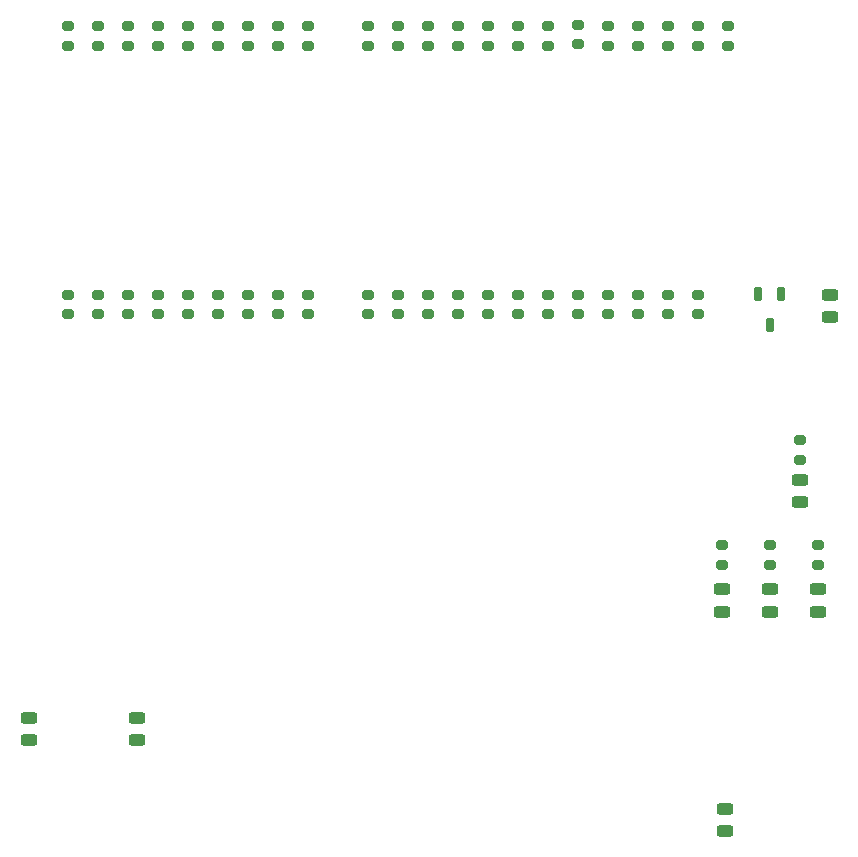
<source format=gbr>
%TF.GenerationSoftware,KiCad,Pcbnew,8.0.4*%
%TF.CreationDate,2025-04-23T20:08:26+02:00*%
%TF.ProjectId,PMTLeechv2,504d544c-6565-4636-9876-322e6b696361,rev?*%
%TF.SameCoordinates,Original*%
%TF.FileFunction,Paste,Top*%
%TF.FilePolarity,Positive*%
%FSLAX46Y46*%
G04 Gerber Fmt 4.6, Leading zero omitted, Abs format (unit mm)*
G04 Created by KiCad (PCBNEW 8.0.4) date 2025-04-23 20:08:26*
%MOMM*%
%LPD*%
G01*
G04 APERTURE LIST*
G04 Aperture macros list*
%AMRoundRect*
0 Rectangle with rounded corners*
0 $1 Rounding radius*
0 $2 $3 $4 $5 $6 $7 $8 $9 X,Y pos of 4 corners*
0 Add a 4 corners polygon primitive as box body*
4,1,4,$2,$3,$4,$5,$6,$7,$8,$9,$2,$3,0*
0 Add four circle primitives for the rounded corners*
1,1,$1+$1,$2,$3*
1,1,$1+$1,$4,$5*
1,1,$1+$1,$6,$7*
1,1,$1+$1,$8,$9*
0 Add four rect primitives between the rounded corners*
20,1,$1+$1,$2,$3,$4,$5,0*
20,1,$1+$1,$4,$5,$6,$7,0*
20,1,$1+$1,$6,$7,$8,$9,0*
20,1,$1+$1,$8,$9,$2,$3,0*%
G04 Aperture macros list end*
%ADD10RoundRect,0.200000X-0.275000X0.200000X-0.275000X-0.200000X0.275000X-0.200000X0.275000X0.200000X0*%
%ADD11RoundRect,0.200000X0.275000X-0.200000X0.275000X0.200000X-0.275000X0.200000X-0.275000X-0.200000X0*%
%ADD12RoundRect,0.162500X-0.162500X0.447500X-0.162500X-0.447500X0.162500X-0.447500X0.162500X0.447500X0*%
%ADD13RoundRect,0.243750X0.456250X-0.243750X0.456250X0.243750X-0.456250X0.243750X-0.456250X-0.243750X0*%
%ADD14RoundRect,0.243750X-0.456250X0.243750X-0.456250X-0.243750X0.456250X-0.243750X0.456250X0.243750X0*%
G04 APERTURE END LIST*
D10*
%TO.C,R30*%
X156718000Y-65912000D03*
X156718000Y-64262000D03*
%TD*%
D11*
%TO.C,R99*%
X177038000Y-108332000D03*
X177038000Y-109982000D03*
%TD*%
%TO.C,R98*%
X172974000Y-108332000D03*
X172974000Y-109982000D03*
%TD*%
%TO.C,R97*%
X168910000Y-108332000D03*
X168910000Y-109982000D03*
%TD*%
%TO.C,R96*%
X175514000Y-99442000D03*
X175514000Y-101092000D03*
%TD*%
%TO.C,R95*%
X166878000Y-87122000D03*
X166878000Y-88772000D03*
%TD*%
%TO.C,R43*%
X123698000Y-87122000D03*
X123698000Y-88772000D03*
%TD*%
D10*
%TO.C,R42*%
X151638000Y-66040000D03*
X151638000Y-64390000D03*
%TD*%
D11*
%TO.C,R41*%
X113538000Y-87122000D03*
X113538000Y-88772000D03*
%TD*%
D10*
%TO.C,R40*%
X121158000Y-66040000D03*
X121158000Y-64390000D03*
%TD*%
%TO.C,R39*%
X123698000Y-66040000D03*
X123698000Y-64390000D03*
%TD*%
D11*
%TO.C,R38*%
X121158000Y-87122000D03*
X121158000Y-88772000D03*
%TD*%
D10*
%TO.C,R37*%
X159258000Y-66040000D03*
X159258000Y-64390000D03*
%TD*%
%TO.C,R36*%
X161798000Y-66040000D03*
X161798000Y-64390000D03*
%TD*%
%TO.C,R35*%
X164338000Y-66040000D03*
X164338000Y-64390000D03*
%TD*%
%TO.C,R34*%
X118618000Y-66040000D03*
X118618000Y-64390000D03*
%TD*%
%TO.C,R32*%
X116078000Y-88772000D03*
X116078000Y-87122000D03*
%TD*%
%TO.C,R31*%
X118618000Y-88772000D03*
X118618000Y-87122000D03*
%TD*%
%TO.C,R29*%
X116078000Y-66040000D03*
X116078000Y-64390000D03*
%TD*%
D11*
%TO.C,R28*%
X149098000Y-64390000D03*
X149098000Y-66040000D03*
%TD*%
%TO.C,R27*%
X113538000Y-64390000D03*
X113538000Y-66040000D03*
%TD*%
%TO.C,R26*%
X146558000Y-64390000D03*
X146558000Y-66040000D03*
%TD*%
%TO.C,R25*%
X154178000Y-64390000D03*
X154178000Y-66040000D03*
%TD*%
D10*
%TO.C,R24*%
X138938000Y-88772000D03*
X138938000Y-87122000D03*
%TD*%
D11*
%TO.C,R23*%
X141478000Y-64390000D03*
X141478000Y-66040000D03*
%TD*%
%TO.C,R22*%
X138938000Y-64390000D03*
X138938000Y-66040000D03*
%TD*%
%TO.C,R21*%
X144018000Y-64390000D03*
X144018000Y-66040000D03*
%TD*%
%TO.C,R20*%
X126238000Y-64390000D03*
X126238000Y-66040000D03*
%TD*%
%TO.C,R19*%
X128778000Y-64390000D03*
X128778000Y-66040000D03*
%TD*%
D10*
%TO.C,R18*%
X128778000Y-88772000D03*
X128778000Y-87122000D03*
%TD*%
%TO.C,R17*%
X126238000Y-88772000D03*
X126238000Y-87122000D03*
%TD*%
%TO.C,R16*%
X159258000Y-88772000D03*
X159258000Y-87122000D03*
%TD*%
%TO.C,R15*%
X156718000Y-88772000D03*
X156718000Y-87122000D03*
%TD*%
%TO.C,R14*%
X164338000Y-88772000D03*
X164338000Y-87122000D03*
%TD*%
%TO.C,R13*%
X161798000Y-88772000D03*
X161798000Y-87122000D03*
%TD*%
%TO.C,R12*%
X146558000Y-88772000D03*
X146558000Y-87122000D03*
%TD*%
%TO.C,R11*%
X149098000Y-88772000D03*
X149098000Y-87122000D03*
%TD*%
%TO.C,R10*%
X133858000Y-88772000D03*
X133858000Y-87122000D03*
%TD*%
%TO.C,R9*%
X131318000Y-88772000D03*
X131318000Y-87122000D03*
%TD*%
%TO.C,R8*%
X144018000Y-88772000D03*
X144018000Y-87122000D03*
%TD*%
%TO.C,R7*%
X141478000Y-88772000D03*
X141478000Y-87122000D03*
%TD*%
%TO.C,R6*%
X151638000Y-88772000D03*
X151638000Y-87122000D03*
%TD*%
%TO.C,R5*%
X154178000Y-88772000D03*
X154178000Y-87122000D03*
%TD*%
D11*
%TO.C,R4*%
X131318000Y-64390000D03*
X131318000Y-66040000D03*
%TD*%
%TO.C,R3*%
X133858000Y-64390000D03*
X133858000Y-66040000D03*
%TD*%
%TO.C,R2*%
X169418000Y-64390000D03*
X169418000Y-66040000D03*
%TD*%
%TO.C,R1*%
X166878000Y-64390000D03*
X166878000Y-66040000D03*
%TD*%
D12*
%TO.C,Q2*%
X172974000Y-89702000D03*
X172024000Y-87082000D03*
X173924000Y-87082000D03*
%TD*%
D13*
%TO.C,D3*%
X110236000Y-124811000D03*
X110236000Y-122936000D03*
%TD*%
%TO.C,D1*%
X119380000Y-122936000D03*
X119380000Y-124811000D03*
%TD*%
%TO.C,D2*%
X169164000Y-130634500D03*
X169164000Y-132509500D03*
%TD*%
%TO.C,D33*%
X168910000Y-112077000D03*
X168910000Y-113952002D03*
%TD*%
%TO.C,D32*%
X175514000Y-102772998D03*
X175514000Y-104648000D03*
%TD*%
%TO.C,D34*%
X172974000Y-112077000D03*
X172974000Y-113952002D03*
%TD*%
%TO.C,D35*%
X177038000Y-112077000D03*
X177038000Y-113952002D03*
%TD*%
D14*
%TO.C,D31*%
X178054000Y-88997002D03*
X178054000Y-87122000D03*
%TD*%
M02*

</source>
